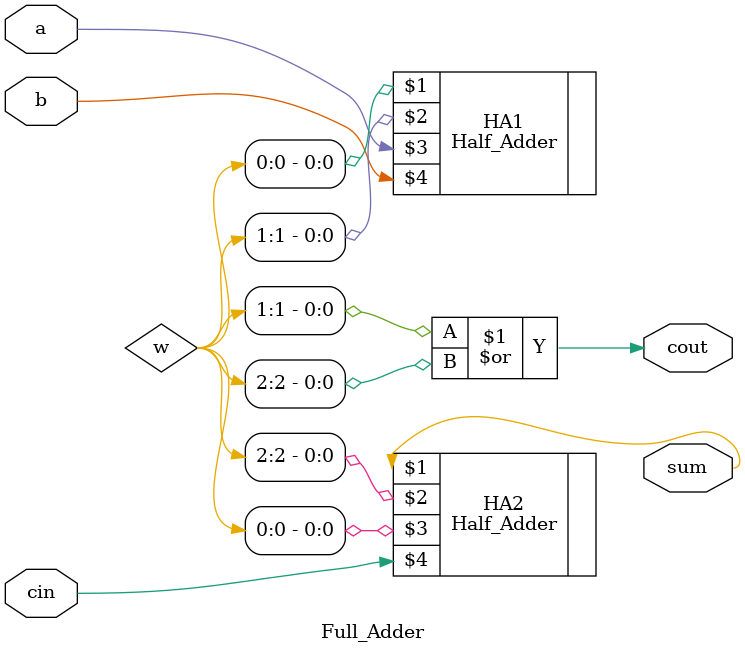
<source format=v>
module Full_Adder(sum, cout,a,b,cin);
input a,b,cin;
output sum,cout;
wire [3:0]w;
Half_Adder HA1(w[0],w[1],a,b);
Half_Adder HA2(sum,w[2],w[0],cin);
or(cout,w[1],w[2]);
endmodule

</source>
